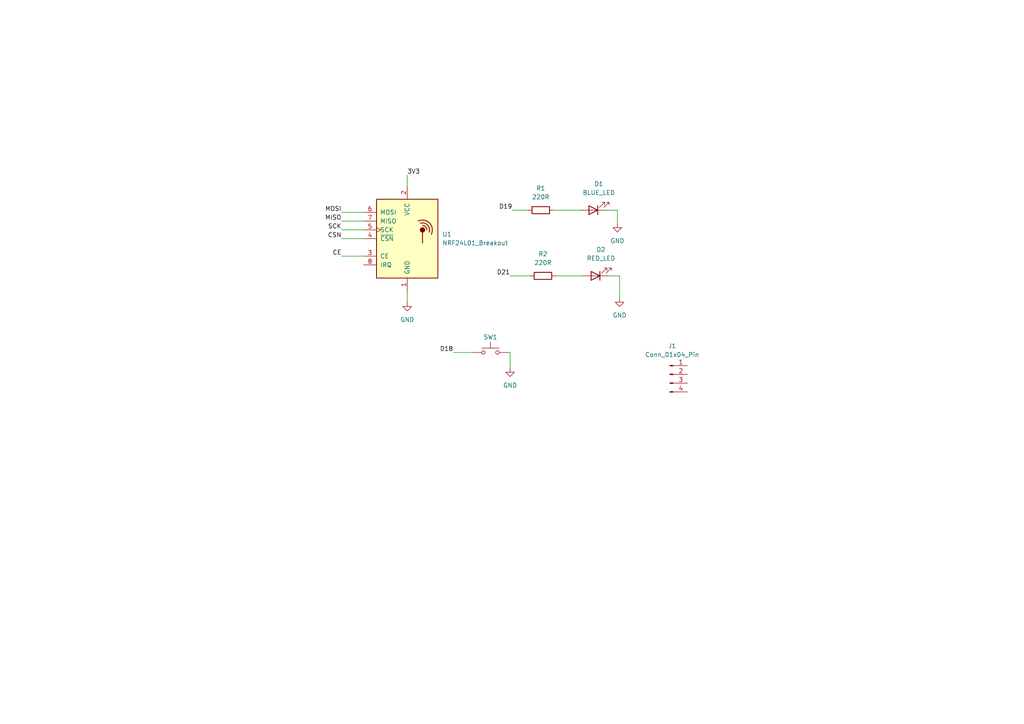
<source format=kicad_sch>
(kicad_sch (version 20230121) (generator eeschema)
  (paper "A4")
  (lib_symbols
    (symbol "Connector:Conn_01x04_Pin" (pin_names (offset 1.016) hide)
      (property "Reference" "J" (at 0 5.08 0))
      (property "Value" "Conn_01x04_Pin" (at 0 -7.62 0))
      (symbol "Conn_01x04_Pin_1_1"
        (polyline (pts (xy 1.27 -5.08) (xy 0.8636 -5.08)) (stroke (width 0.1524)))
        (polyline (pts (xy 1.27 -2.54) (xy 0.8636 -2.54)) (stroke (width 0.1524)))
        (polyline (pts (xy 1.27 0) (xy 0.8636 0)) (stroke (width 0.1524)))
        (polyline (pts (xy 1.27 2.54) (xy 0.8636 2.54)) (stroke (width 0.1524)))
        (rectangle (start 0.8636 -4.953) (end 0 -5.207) (stroke (width 0.1524)) (fill (type outline)))
        (rectangle (start 0.8636 -2.413) (end 0 -2.667) (stroke (width 0.1524)) (fill (type outline)))
        (rectangle (start 0.8636 0.127) (end 0 -0.127) (stroke (width 0.1524)) (fill (type outline)))
        (rectangle (start 0.8636 2.667) (end 0 2.413) (stroke (width 0.1524)) (fill (type outline)))
        (pin passive line (at 5.08 2.54 180) (length 3.81) (name "Pin_1") (number "1"))
        (pin passive line (at 5.08 0 180) (length 3.81) (name "Pin_2") (number "2"))
        (pin passive line (at 5.08 -2.54 180) (length 3.81) (name "Pin_3") (number "3"))
        (pin passive line (at 5.08 -5.08 180) (length 3.81) (name "Pin_4") (number "4"))
      )
    )
    (symbol "Device:LED" (pin_numbers hide) (pin_names (offset 1.016) hide)
      (property "Reference" "D" (at 0 2.54 0))
      (property "Value" "LED" (at 0 -2.54 0))
      (symbol "LED_0_1"
        (polyline (pts (xy -1.27 -1.27) (xy -1.27 1.27)) (stroke (width 0.254)))
        (polyline (pts (xy -1.27 0) (xy 1.27 0)))
        (polyline (pts (xy 1.27 -1.27) (xy 1.27 1.27) (xy -1.27 0) (xy 1.27 -1.27)) (stroke (width 0.254)))
        (polyline (pts (xy -3.048 -0.762) (xy -4.572 -2.286) (xy -3.81 -2.286) (xy -4.572 -2.286) (xy -4.572 -1.524)))
        (polyline (pts (xy -1.778 -0.762) (xy -3.302 -2.286) (xy -2.54 -2.286) (xy -3.302 -2.286) (xy -3.302 -1.524)))
      )
      (symbol "LED_1_1"
        (pin passive line (at -3.81 0 0) (length 2.54) (name "K") (number "1"))
        (pin passive line (at 3.81 0 180) (length 2.54) (name "A") (number "2"))
      )
    )
    (symbol "Device:R" (pin_numbers hide) (pin_names (offset 0))
      (property "Reference" "R" (at 2.032 0 90))
      (property "Value" "R" (at 0 0 90))
      (symbol "R_0_1"
        (rectangle (start -1.016 -2.54) (end 1.016 2.54) (stroke (width 0.254)))
      )
      (symbol "R_1_1"
        (pin passive line (at 0 3.81 270) (length 1.27) (name "~") (number "1"))
        (pin passive line (at 0 -3.81 90) (length 1.27) (name "~") (number "2"))
      )
    )
    (symbol "RF:NRF24L01_Breakout" (pin_names (offset 1.016))
      (property "Reference" "U" (at -8.89 12.7 0))
      (property "Value" "NRF24L01_Breakout" (at 3.81 12.7 0))
      (symbol "NRF24L01_Breakout_0_1"
        (rectangle (start -8.89 11.43) (end 8.89 -11.43) (stroke (width 0.254)) (fill (type background)))
        (polyline (pts (xy 4.445 1.905) (xy 4.445 -1.27)) (stroke (width 0.254)))
        (circle (center 4.445 2.54) (radius 0.635) (stroke (width 0.254)) (fill (type outline)))
        (arc (start 5.715 2.54) (mid 5.3521 3.4546) (end 4.445 3.81) (stroke (width 0.254)))
        (arc (start 6.35 1.905) (mid 5.8763 3.9854) (end 3.81 4.445) (stroke (width 0.254)))
        (arc (start 6.985 1.27) (mid 6.453 4.548) (end 3.175 5.08) (stroke (width 0.254)))
      )
      (symbol "NRF24L01_Breakout_1_1"
        (pin power_in line (at 0 -15.24 90) (length 3.81) (name "GND") (number "1"))
        (pin power_in line (at 0 15.24 270) (length 3.81) (name "VCC") (number "2"))
        (pin input line (at -12.7 -5.08 0) (length 3.81) (name "CE") (number "3"))
        (pin input line (at -12.7 0 0) (length 3.81) (name "~{CSN}") (number "4"))
        (pin input clock (at -12.7 2.54 0) (length 3.81) (name "SCK") (number "5"))
        (pin input line (at -12.7 7.62 0) (length 3.81) (name "MOSI") (number "6"))
        (pin output line (at -12.7 5.08 0) (length 3.81) (name "MISO") (number "7"))
        (pin output line (at -12.7 -7.62 0) (length 3.81) (name "IRQ") (number "8"))
      )
    )
    (symbol "Switch:SW_Push" (pin_numbers hide) (pin_names (offset 1.016) hide)
      (property "Reference" "SW" (at 1.27 2.54 0))
      (property "Value" "SW_Push" (at 0 -1.524 0))
      (symbol "SW_Push_0_1"
        (circle (center -2.032 0) (radius 0.508))
        (polyline (pts (xy 0 1.27) (xy 0 3.048)))
        (polyline (pts (xy 2.54 1.27) (xy -2.54 1.27)))
        (circle (center 2.032 0) (radius 0.508))
        (pin passive line (at -5.08 0 0) (length 2.54) (name "1") (number "1"))
        (pin passive line (at 5.08 0 180) (length 2.54) (name "2") (number "2"))
      )
    )
    (symbol "power:GND" (power) (pin_names (offset 0))
      (property "Value" "GND" (at 0 -3.81 0))
      (symbol "GND_0_1"
        (polyline (pts (xy 0 0) (xy 0 -1.27) (xy 1.27 -1.27) (xy 0 -2.54) (xy -1.27 -1.27) (xy 0 -1.27)))
      )
      (symbol "GND_1_1"
        (pin power_in line (at 0 0 270) (length 0) hide (name "GND") (number "1"))
      )
    )
  )
  (wire (pts (xy 99.06 66.675) (xy 105.41 66.675)))
  (wire (pts (xy 148.59 60.96) (xy 153.035 60.96)))
  (wire (pts (xy 147.955 80.01) (xy 153.67 80.01)))
  (wire (pts (xy 179.705 80.01) (xy 179.705 86.36)))
  (wire (pts (xy 179.07 60.96) (xy 179.07 64.77)))
  (wire (pts (xy 160.655 60.96) (xy 168.275 60.96)))
  (wire (pts (xy 176.53 80.01) (xy 179.705 80.01)))
  (wire (pts (xy 99.06 69.215) (xy 105.41 69.215)))
  (wire (pts (xy 99.06 64.135) (xy 105.41 64.135)))
  (wire (pts (xy 147.955 102.235) (xy 147.955 106.68)))
  (wire (pts (xy 175.895 60.96) (xy 179.07 60.96)))
  (wire (pts (xy 147.32 102.235) (xy 147.955 102.235)))
  (wire (pts (xy 99.06 61.595) (xy 105.41 61.595)))
  (wire (pts (xy 161.29 80.01) (xy 168.91 80.01)))
  (wire (pts (xy 131.445 102.235) (xy 137.16 102.235)))
  (wire (pts (xy 99.06 74.295) (xy 105.41 74.295)))
  (wire (pts (xy 118.11 50.8) (xy 118.11 53.975)))
  (wire (pts (xy 118.11 84.455) (xy 118.11 87.63)))
  (label "3V3" (at 118.11 50.8 0))
  (label "D18" (at 131.445 102.235 180))
  (label "CE" (at 99.06 74.295 180))
  (label "D19" (at 148.59 60.96 180))
  (label "SCK" (at 99.06 66.675 180))
  (label "MISO" (at 99.06 64.135 180))
  (label "MOSI" (at 99.06 61.595 180))
  (label "D21" (at 147.955 80.01 180))
  (label "CSN" (at 99.06 69.215 180))
  (symbol (lib_id "power:GND") (at 179.705 86.36 0) (unit 1)
    (property "Reference" "#PWR02" (effects hide))
    (property "Value" "GND" (at 179.705 91.44 0))
  )
  (symbol (lib_id "power:GND") (at 179.07 64.77 0) (unit 1)
    (property "Reference" "#PWR01" (effects hide))
    (property "Value" "GND" (at 179.07 69.85 0))
  )
  (symbol (lib_id "Switch:SW_Push") (at 142.24 102.235 0) (unit 1)
    (property "Reference" "SW1" (at 142.24 97.79 0))
    (property "Value" "SW_Push" (effects hide))
    (property "Footprint" "Button_Switch_THT:SW_PUSH_6mm" (effects hide))
  )
  (symbol (lib_id "Connector:Conn_01x04_Pin") (at 194.31 108.585 0) (unit 1)
    (property "Reference" "J1" (at 194.945 100.33 0))
    (property "Value" "Conn_01x04_Pin" (at 194.945 102.87 0))
    (property "Footprint" "Connector_PinHeader_2.54mm:PinHeader_1x04_P2.54mm_Vertical" (effects hide))
  )
  (symbol (lib_id "Device:LED") (at 172.72 80.01 180) (unit 1)
    (property "Reference" "D2" (at 174.3075 72.39 0))
    (property "Value" "RED_LED" (at 174.3075 74.93 0))
    (property "Footprint" "LED_THT:LED_D5.0mm" (effects hide))
  )
  (symbol (lib_id "Device:R") (at 156.845 60.96 90) (unit 1)
    (property "Reference" "R1" (at 156.845 54.61 90))
    (property "Value" "220R" (at 156.845 57.15 90))
    (property "Footprint" "Resistor_THT:R_Axial_DIN0207_L6.3mm_D2.5mm_P7.62mm_Horizontal" (effects hide))
  )
  (symbol (lib_id "Device:R") (at 157.48 80.01 90) (unit 1)
    (property "Reference" "R2" (at 157.48 73.66 90))
    (property "Value" "220R" (at 157.48 76.2 90))
    (property "Footprint" "Resistor_THT:R_Axial_DIN0207_L6.3mm_D2.5mm_P7.62mm_Horizontal" (effects hide))
  )
  (symbol (lib_id "power:GND") (at 147.955 106.68 0) (unit 1)
    (property "Reference" "#PWR04" (effects hide))
    (property "Value" "GND" (at 147.955 111.76 0))
  )
  (symbol (lib_id "Device:LED") (at 172.085 60.96 180) (unit 1)
    (property "Reference" "D1" (at 173.6725 53.34 0))
    (property "Value" "BLUE_LED" (at 173.6725 55.88 0))
    (property "Footprint" "LED_THT:LED_D5.0mm" (effects hide))
  )
  (symbol (lib_id "RF:NRF24L01_Breakout") (at 118.11 69.215 0) (unit 1)
    (property "Reference" "U1" (at 128.27 67.945 0) (effects (justify left)))
    (property "Value" "NRF24L01_Breakout" (at 128.27 70.485 0) (effects (justify left)))
    (property "Footprint" "RF_Module:nRF24L01_Breakout" (effects hide))
    (property "Datasheet" "http://www.nordicsemi.com/eng/content/download/2730/34105/file/nRF24L01_Product_Specification_v2_0.pdf" (effects hide))
  )
  (symbol (lib_id "power:GND") (at 118.11 87.63 0) (unit 1)
    (property "Reference" "#PWR03" (effects hide))
    (property "Value" "GND" (at 118.11 92.71 0))
  )
)
</source>
